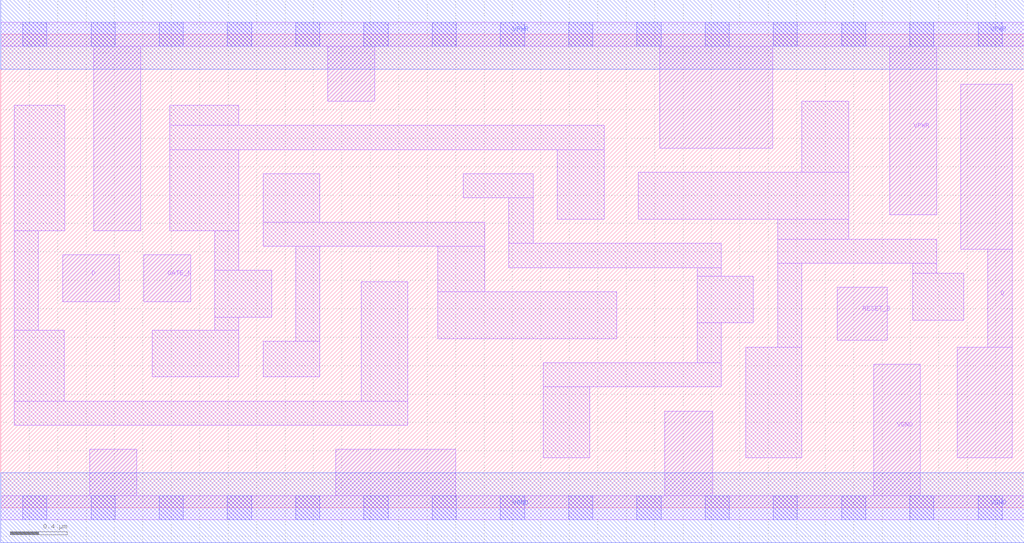
<source format=lef>
# Copyright 2020 The SkyWater PDK Authors
#
# Licensed under the Apache License, Version 2.0 (the "License");
# you may not use this file except in compliance with the License.
# You may obtain a copy of the License at
#
#     https://www.apache.org/licenses/LICENSE-2.0
#
# Unless required by applicable law or agreed to in writing, software
# distributed under the License is distributed on an "AS IS" BASIS,
# WITHOUT WARRANTIES OR CONDITIONS OF ANY KIND, either express or implied.
# See the License for the specific language governing permissions and
# limitations under the License.
#
# SPDX-License-Identifier: Apache-2.0

VERSION 5.7 ;
  NAMESCASESENSITIVE ON ;
  NOWIREEXTENSIONATPIN ON ;
  DIVIDERCHAR "/" ;
  BUSBITCHARS "[]" ;
UNITS
  DATABASE MICRONS 200 ;
END UNITS
MACRO sky130_fd_sc_ls__dlrtn_1
  CLASS CORE ;
  SOURCE USER ;
  FOREIGN sky130_fd_sc_ls__dlrtn_1 ;
  ORIGIN  0.000000  0.000000 ;
  SIZE  7.200000 BY  3.330000 ;
  SYMMETRY X Y ;
  SITE unit ;
  PIN D
    ANTENNAGATEAREA  0.208500 ;
    DIRECTION INPUT ;
    USE SIGNAL ;
    PORT
      LAYER li1 ;
        RECT 0.435000 1.450000 0.835000 1.780000 ;
    END
  END D
  PIN Q
    ANTENNADIFFAREA  0.600500 ;
    DIRECTION OUTPUT ;
    USE SIGNAL ;
    PORT
      LAYER li1 ;
        RECT 6.730000 0.350000 7.115000 1.130000 ;
        RECT 6.755000 1.820000 7.115000 2.980000 ;
        RECT 6.945000 1.130000 7.115000 1.820000 ;
    END
  END Q
  PIN RESET_B
    ANTENNAGATEAREA  0.261000 ;
    DIRECTION INPUT ;
    USE SIGNAL ;
    PORT
      LAYER li1 ;
        RECT 5.885000 1.180000 6.235000 1.550000 ;
    END
  END RESET_B
  PIN GATE_N
    ANTENNAGATEAREA  0.237000 ;
    DIRECTION INPUT ;
    USE CLOCK ;
    PORT
      LAYER li1 ;
        RECT 1.005000 1.450000 1.335000 1.780000 ;
    END
  END GATE_N
  PIN VGND
    DIRECTION INOUT ;
    SHAPE ABUTMENT ;
    USE GROUND ;
    PORT
      LAYER li1 ;
        RECT 0.000000 -0.085000 7.200000 0.085000 ;
        RECT 0.625000  0.085000 0.955000 0.410000 ;
        RECT 2.355000  0.085000 3.200000 0.410000 ;
        RECT 4.670000  0.085000 5.010000 0.680000 ;
        RECT 6.140000  0.085000 6.470000 1.010000 ;
      LAYER mcon ;
        RECT 0.155000 -0.085000 0.325000 0.085000 ;
        RECT 0.635000 -0.085000 0.805000 0.085000 ;
        RECT 1.115000 -0.085000 1.285000 0.085000 ;
        RECT 1.595000 -0.085000 1.765000 0.085000 ;
        RECT 2.075000 -0.085000 2.245000 0.085000 ;
        RECT 2.555000 -0.085000 2.725000 0.085000 ;
        RECT 3.035000 -0.085000 3.205000 0.085000 ;
        RECT 3.515000 -0.085000 3.685000 0.085000 ;
        RECT 3.995000 -0.085000 4.165000 0.085000 ;
        RECT 4.475000 -0.085000 4.645000 0.085000 ;
        RECT 4.955000 -0.085000 5.125000 0.085000 ;
        RECT 5.435000 -0.085000 5.605000 0.085000 ;
        RECT 5.915000 -0.085000 6.085000 0.085000 ;
        RECT 6.395000 -0.085000 6.565000 0.085000 ;
        RECT 6.875000 -0.085000 7.045000 0.085000 ;
      LAYER met1 ;
        RECT 0.000000 -0.245000 7.200000 0.245000 ;
    END
  END VGND
  PIN VPWR
    DIRECTION INOUT ;
    SHAPE ABUTMENT ;
    USE POWER ;
    PORT
      LAYER li1 ;
        RECT 0.000000 3.245000 7.200000 3.415000 ;
        RECT 0.655000 1.950000 0.985000 3.245000 ;
        RECT 2.300000 2.860000 2.630000 3.245000 ;
        RECT 4.635000 2.530000 5.430000 3.245000 ;
        RECT 6.255000 2.060000 6.585000 3.245000 ;
      LAYER mcon ;
        RECT 0.155000 3.245000 0.325000 3.415000 ;
        RECT 0.635000 3.245000 0.805000 3.415000 ;
        RECT 1.115000 3.245000 1.285000 3.415000 ;
        RECT 1.595000 3.245000 1.765000 3.415000 ;
        RECT 2.075000 3.245000 2.245000 3.415000 ;
        RECT 2.555000 3.245000 2.725000 3.415000 ;
        RECT 3.035000 3.245000 3.205000 3.415000 ;
        RECT 3.515000 3.245000 3.685000 3.415000 ;
        RECT 3.995000 3.245000 4.165000 3.415000 ;
        RECT 4.475000 3.245000 4.645000 3.415000 ;
        RECT 4.955000 3.245000 5.125000 3.415000 ;
        RECT 5.435000 3.245000 5.605000 3.415000 ;
        RECT 5.915000 3.245000 6.085000 3.415000 ;
        RECT 6.395000 3.245000 6.565000 3.415000 ;
        RECT 6.875000 3.245000 7.045000 3.415000 ;
      LAYER met1 ;
        RECT 0.000000 3.085000 7.200000 3.575000 ;
    END
  END VPWR
  OBS
    LAYER li1 ;
      RECT 0.095000 0.580000 2.865000 0.750000 ;
      RECT 0.095000 0.750000 0.445000 1.250000 ;
      RECT 0.095000 1.250000 0.265000 1.950000 ;
      RECT 0.095000 1.950000 0.450000 2.830000 ;
      RECT 1.065000 0.920000 1.675000 1.250000 ;
      RECT 1.190000 1.950000 1.675000 2.520000 ;
      RECT 1.190000 2.520000 4.245000 2.690000 ;
      RECT 1.190000 2.690000 1.675000 2.830000 ;
      RECT 1.505000 1.250000 1.675000 1.340000 ;
      RECT 1.505000 1.340000 1.905000 1.670000 ;
      RECT 1.505000 1.670000 1.675000 1.950000 ;
      RECT 1.845000 0.920000 2.245000 1.170000 ;
      RECT 1.845000 1.840000 3.405000 2.010000 ;
      RECT 1.845000 2.010000 2.245000 2.350000 ;
      RECT 2.075000 1.170000 2.245000 1.840000 ;
      RECT 2.535000 0.750000 2.865000 1.590000 ;
      RECT 3.075000 1.190000 4.335000 1.520000 ;
      RECT 3.075000 1.520000 3.405000 1.840000 ;
      RECT 3.255000 2.180000 3.745000 2.350000 ;
      RECT 3.575000 1.690000 5.070000 1.860000 ;
      RECT 3.575000 1.860000 3.745000 2.180000 ;
      RECT 3.815000 0.350000 4.145000 0.850000 ;
      RECT 3.815000 0.850000 5.070000 1.020000 ;
      RECT 3.915000 2.030000 4.245000 2.520000 ;
      RECT 4.485000 2.030000 5.965000 2.360000 ;
      RECT 4.900000 1.020000 5.070000 1.300000 ;
      RECT 4.900000 1.300000 5.295000 1.630000 ;
      RECT 4.900000 1.630000 5.070000 1.690000 ;
      RECT 5.240000 0.350000 5.635000 1.130000 ;
      RECT 5.465000 1.130000 5.635000 1.720000 ;
      RECT 5.465000 1.720000 6.585000 1.890000 ;
      RECT 5.465000 1.890000 5.965000 2.030000 ;
      RECT 5.635000 2.360000 5.965000 2.860000 ;
      RECT 6.415000 1.320000 6.775000 1.650000 ;
      RECT 6.415000 1.650000 6.585000 1.720000 ;
  END
END sky130_fd_sc_ls__dlrtn_1

</source>
